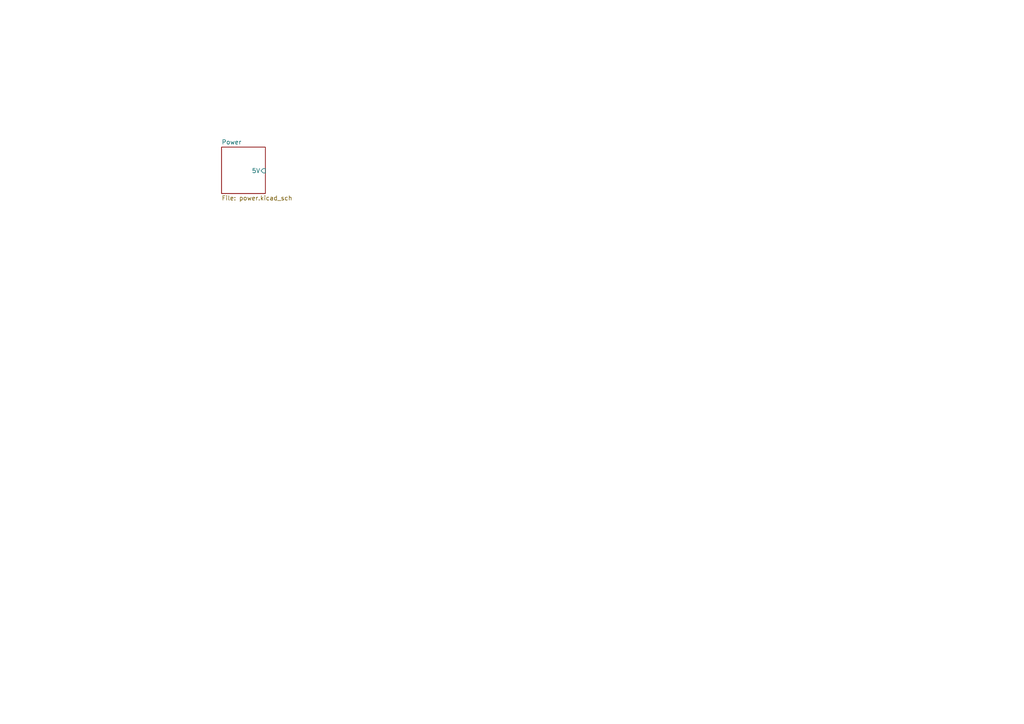
<source format=kicad_sch>
(kicad_sch
	(version 20231120)
	(generator "eeschema")
	(generator_version "8.0")
	(uuid "7cadefd8-9fdd-4e46-8c9f-ec9d86468107")
	(paper "A4")
	(lib_symbols)
	(sheet
		(at 64.262 42.672)
		(size 12.7 13.462)
		(fields_autoplaced yes)
		(stroke
			(width 0.1524)
			(type solid)
		)
		(fill
			(color 0 0 0 0.0000)
		)
		(uuid "ddcc52f5-07d6-4880-9efe-f0ef83875a32")
		(property "Sheetname" "Power"
			(at 64.262 41.9604 0)
			(effects
				(font
					(size 1.27 1.27)
				)
				(justify left bottom)
			)
		)
		(property "Sheetfile" "power.kicad_sch"
			(at 64.262 56.7186 0)
			(effects
				(font
					(size 1.27 1.27)
				)
				(justify left top)
			)
		)
		(pin "5V" input
			(at 76.962 49.53 0)
			(effects
				(font
					(size 1.27 1.27)
				)
				(justify right)
			)
			(uuid "438604f9-8fe3-4ba0-ad08-e2b97896e45e")
		)
		(instances
			(project "Controller"
				(path "/7cadefd8-9fdd-4e46-8c9f-ec9d86468107"
					(page "2")
				)
			)
		)
	)
	(sheet_instances
		(path "/"
			(page "1")
		)
	)
)

</source>
